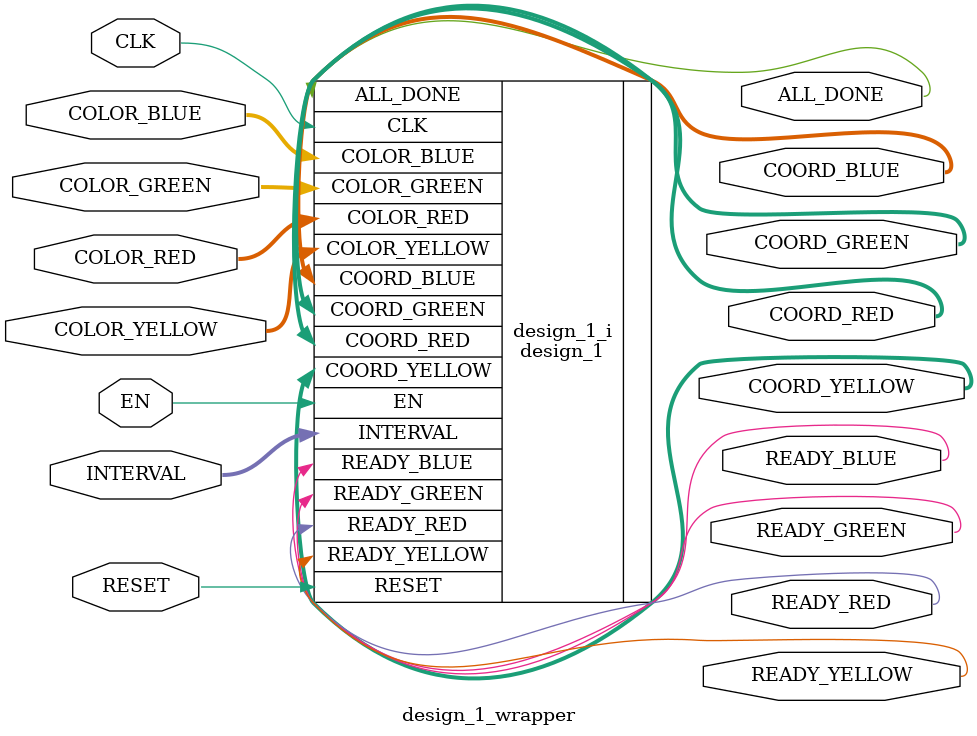
<source format=v>
`timescale 1 ps / 1 ps

module design_1_wrapper
   (ALL_DONE,
    CLK,
    COLOR_BLUE,
    COLOR_GREEN,
    COLOR_RED,
    COLOR_YELLOW,
    COORD_BLUE,
    COORD_GREEN,
    COORD_RED,
    COORD_YELLOW,
    EN,
    INTERVAL,
    READY_BLUE,
    READY_GREEN,
    READY_RED,
    READY_YELLOW,
    RESET);
  output ALL_DONE;
  input CLK;
  input [1:0]COLOR_BLUE;
  input [1:0]COLOR_GREEN;
  input [1:0]COLOR_RED;
  input [1:0]COLOR_YELLOW;
  output [31:0]COORD_BLUE;
  output [31:0]COORD_GREEN;
  output [31:0]COORD_RED;
  output [31:0]COORD_YELLOW;
  input EN;
  input [15:0]INTERVAL;
  output READY_BLUE;
  output READY_GREEN;
  output READY_RED;
  output READY_YELLOW;
  input RESET;

  wire ALL_DONE;
  wire CLK;
  wire [1:0]COLOR_BLUE;
  wire [1:0]COLOR_GREEN;
  wire [1:0]COLOR_RED;
  wire [1:0]COLOR_YELLOW;
  wire [31:0]COORD_BLUE;
  wire [31:0]COORD_GREEN;
  wire [31:0]COORD_RED;
  wire [31:0]COORD_YELLOW;
  wire EN;
  wire [15:0]INTERVAL;
  wire READY_BLUE;
  wire READY_GREEN;
  wire READY_RED;
  wire READY_YELLOW;
  wire RESET;

  design_1 design_1_i
       (.ALL_DONE(ALL_DONE),
        .CLK(CLK),
        .COLOR_BLUE(COLOR_BLUE),
        .COLOR_GREEN(COLOR_GREEN),
        .COLOR_RED(COLOR_RED),
        .COLOR_YELLOW(COLOR_YELLOW),
        .COORD_BLUE(COORD_BLUE),
        .COORD_GREEN(COORD_GREEN),
        .COORD_RED(COORD_RED),
        .COORD_YELLOW(COORD_YELLOW),
        .EN(EN),
        .INTERVAL(INTERVAL),
        .READY_BLUE(READY_BLUE),
        .READY_GREEN(READY_GREEN),
        .READY_RED(READY_RED),
        .READY_YELLOW(READY_YELLOW),
        .RESET(RESET));
endmodule

</source>
